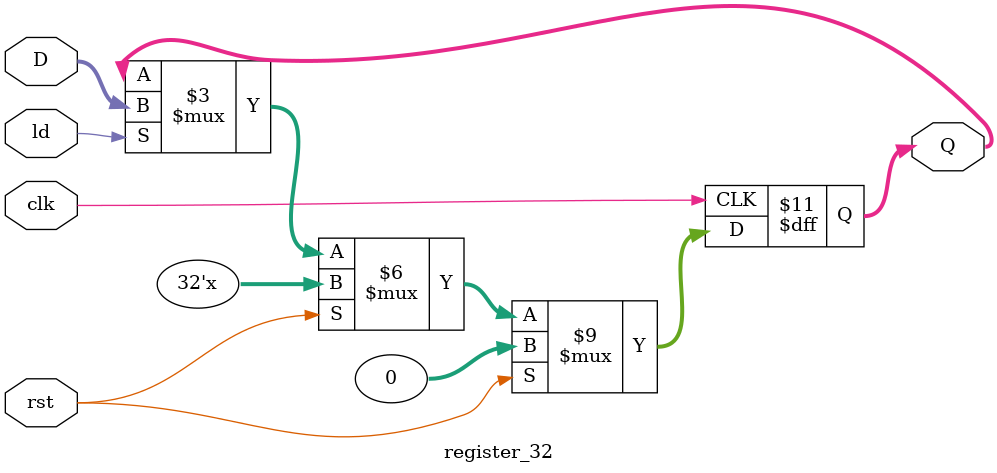
<source format=v>
`timescale 1ns / 1ps
module register_32(clk, rst, ld, D, Q);
   input clk, rst;
   input ld;
   input [31:0] D;
   output reg [31:0] Q;

   always @(posedge clk) begin
      if (rst) begin
         Q = 0;
      end
      else if (ld) begin
         Q = D;
      end
   end
endmodule

</source>
